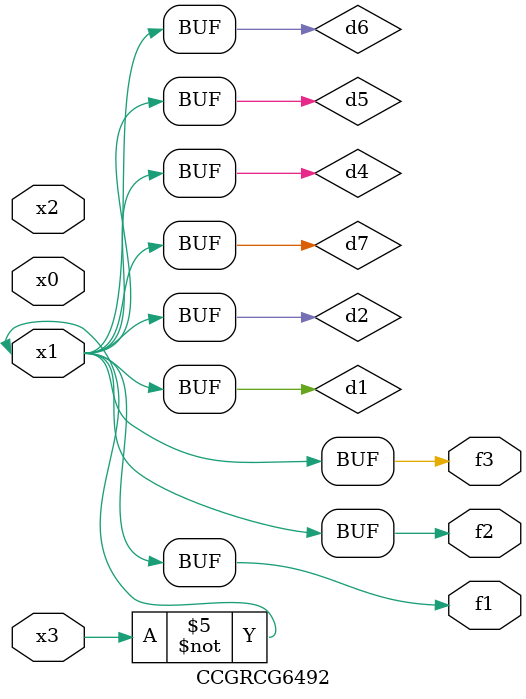
<source format=v>
module CCGRCG6492(
	input x0, x1, x2, x3,
	output f1, f2, f3
);

	wire d1, d2, d3, d4, d5, d6, d7;

	not (d1, x3);
	buf (d2, x1);
	xnor (d3, d1, d2);
	nor (d4, d1);
	buf (d5, d1, d2);
	buf (d6, d4, d5);
	nand (d7, d4);
	assign f1 = d6;
	assign f2 = d7;
	assign f3 = d6;
endmodule

</source>
